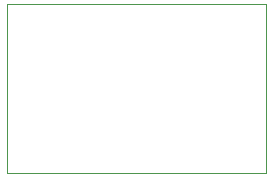
<source format=gbr>
%TF.GenerationSoftware,KiCad,Pcbnew,9.0.2*%
%TF.CreationDate,2025-07-09T22:05:44-04:00*%
%TF.ProjectId,inst_amp_ina333,696e7374-5f61-46d7-905f-696e61333333,rev?*%
%TF.SameCoordinates,Original*%
%TF.FileFunction,Profile,NP*%
%FSLAX46Y46*%
G04 Gerber Fmt 4.6, Leading zero omitted, Abs format (unit mm)*
G04 Created by KiCad (PCBNEW 9.0.2) date 2025-07-09 22:05:44*
%MOMM*%
%LPD*%
G01*
G04 APERTURE LIST*
%TA.AperFunction,Profile*%
%ADD10C,0.050000*%
%TD*%
G04 APERTURE END LIST*
D10*
X127508000Y-60198000D02*
X149479000Y-60198000D01*
X149479000Y-74549000D01*
X127508000Y-74549000D01*
X127508000Y-60198000D01*
M02*

</source>
